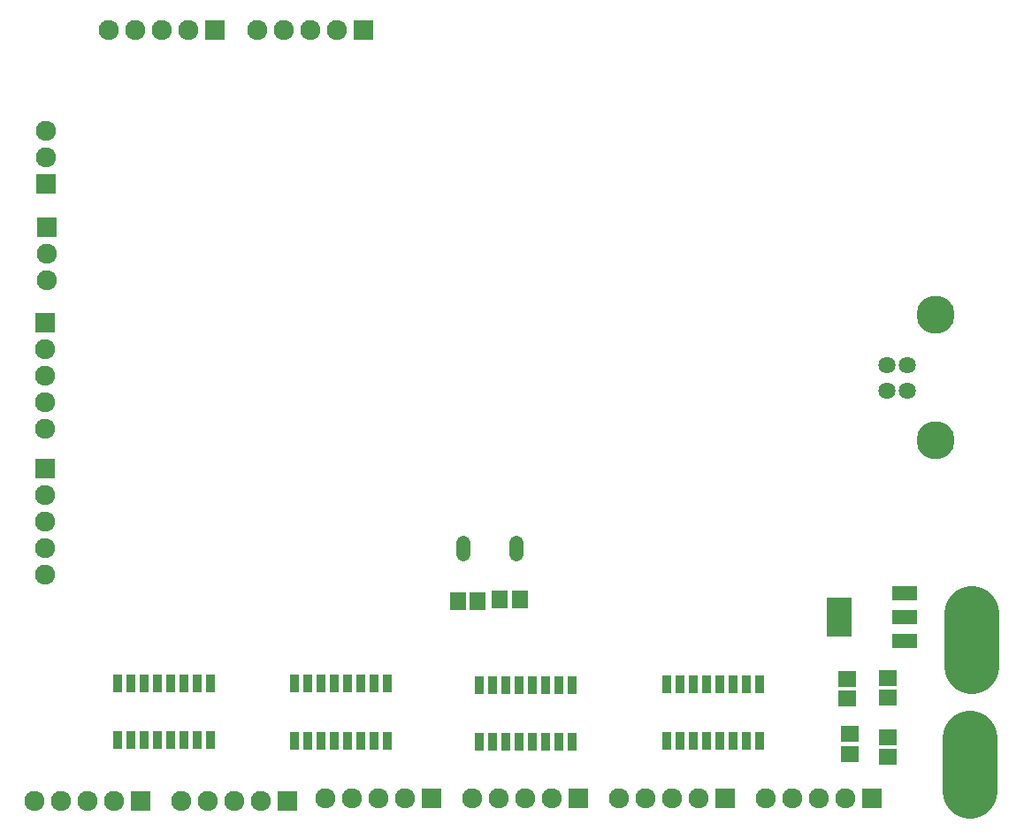
<source format=gbr>
G04 EAGLE Gerber RS-274X export*
G75*
%MOMM*%
%FSLAX34Y34*%
%LPD*%
%INSoldermask Bottom*%
%IPPOS*%
%AMOC8*
5,1,8,0,0,1.08239X$1,22.5*%
G01*
%ADD10R,1.703200X1.503200*%
%ADD11R,1.503200X1.703200*%
%ADD12C,5.283200*%
%ADD13R,1.928200X1.928200*%
%ADD14C,1.928200*%
%ADD15R,0.853200X1.728200*%
%ADD16R,2.438400X1.422400*%
%ADD17R,2.403200X3.803200*%
%ADD18C,1.634200*%
%ADD19C,3.653200*%
%ADD20C,1.320800*%


D10*
X840200Y154000D03*
X840200Y135000D03*
X840200Y97000D03*
X840200Y78000D03*
D11*
X447800Y227000D03*
X428800Y227000D03*
X469100Y228700D03*
X488100Y228700D03*
D12*
X918800Y95900D02*
X918800Y45100D01*
D13*
X196200Y774400D03*
D14*
X170800Y774400D03*
X145400Y774400D03*
X120000Y774400D03*
X94600Y774400D03*
D15*
X272328Y148143D03*
X285028Y148143D03*
X297728Y148143D03*
X310428Y148143D03*
X323128Y148143D03*
X335828Y148143D03*
X348528Y148143D03*
X361228Y148143D03*
X361228Y93903D03*
X348528Y93903D03*
X335828Y93903D03*
X323128Y93903D03*
X310428Y93903D03*
X297728Y93903D03*
X285028Y93903D03*
X272328Y93903D03*
X449350Y146820D03*
X462050Y146820D03*
X474750Y146820D03*
X487450Y146820D03*
X500150Y146820D03*
X512850Y146820D03*
X525550Y146820D03*
X538250Y146820D03*
X538250Y92580D03*
X525550Y92580D03*
X512850Y92580D03*
X500150Y92580D03*
X487450Y92580D03*
X474750Y92580D03*
X462050Y92580D03*
X449350Y92580D03*
X628650Y148020D03*
X641350Y148020D03*
X654050Y148020D03*
X666750Y148020D03*
X679450Y148020D03*
X692150Y148020D03*
X704850Y148020D03*
X717550Y148020D03*
X717550Y93780D03*
X704850Y93780D03*
X692150Y93780D03*
X679450Y93780D03*
X666750Y93780D03*
X654050Y93780D03*
X641350Y93780D03*
X628650Y93780D03*
D16*
X856288Y235114D03*
X856288Y212000D03*
X856288Y188886D03*
D17*
X794310Y212000D03*
D15*
X102757Y148862D03*
X115457Y148862D03*
X128157Y148862D03*
X140857Y148862D03*
X153557Y148862D03*
X166257Y148862D03*
X178957Y148862D03*
X191657Y148862D03*
X191657Y94622D03*
X178957Y94622D03*
X166257Y94622D03*
X153557Y94622D03*
X140857Y94622D03*
X128157Y94622D03*
X115457Y94622D03*
X102757Y94622D03*
D18*
X839200Y453700D03*
X839200Y428700D03*
X859200Y428700D03*
X859200Y453700D03*
D19*
X886300Y381000D03*
X886300Y501400D03*
D13*
X33700Y494000D03*
D14*
X33700Y468600D03*
X33700Y443200D03*
X33700Y417800D03*
X33700Y392400D03*
D13*
X33700Y354500D03*
D14*
X33700Y329100D03*
X33700Y303700D03*
X33700Y278300D03*
X33700Y252900D03*
D13*
X125000Y36300D03*
D14*
X99600Y36300D03*
X74200Y36300D03*
X48800Y36300D03*
X23400Y36300D03*
D13*
X265500Y36300D03*
D14*
X240100Y36300D03*
X214700Y36300D03*
X189300Y36300D03*
X163900Y36300D03*
D13*
X404000Y38200D03*
D14*
X378600Y38200D03*
X353200Y38200D03*
X327800Y38200D03*
X302400Y38200D03*
D13*
X544500Y38200D03*
D14*
X519100Y38200D03*
X493700Y38200D03*
X468300Y38200D03*
X442900Y38200D03*
D13*
X685000Y38200D03*
D14*
X659600Y38200D03*
X634200Y38200D03*
X608800Y38200D03*
X583400Y38200D03*
D13*
X825500Y38200D03*
D14*
X800100Y38200D03*
X774700Y38200D03*
X749300Y38200D03*
X723900Y38200D03*
D13*
X35600Y585200D03*
D14*
X35600Y559800D03*
X35600Y534400D03*
D13*
X338000Y774400D03*
D14*
X312600Y774400D03*
X287200Y774400D03*
X261800Y774400D03*
X236400Y774400D03*
D13*
X34400Y626800D03*
D14*
X34400Y652200D03*
X34400Y677600D03*
D20*
X434200Y283588D02*
X434200Y272412D01*
X485000Y272412D02*
X485000Y283588D01*
D10*
X801300Y134000D03*
X801300Y153000D03*
X803700Y81200D03*
X803700Y100200D03*
D12*
X921200Y164800D02*
X921200Y215600D01*
M02*

</source>
